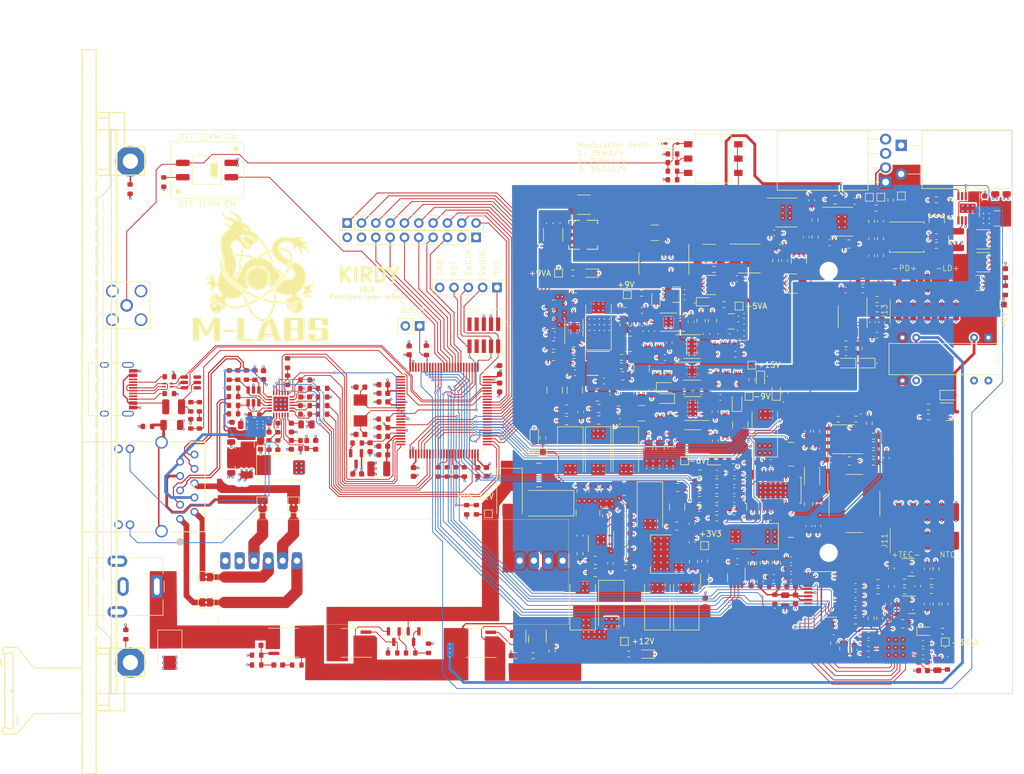
<source format=kicad_pcb>
(kicad_pcb (version 20221018) (generator pcbnew)

  (general
    (thickness 1.6)
  )

  (paper "A4")
  (layers
    (0 "F.Cu" jumper)
    (1 "In1.Cu" signal)
    (2 "In2.Cu" signal)
    (31 "B.Cu" signal)
    (32 "B.Adhes" user "B.Adhesive")
    (33 "F.Adhes" user "F.Adhesive")
    (34 "B.Paste" user)
    (35 "F.Paste" user)
    (36 "B.SilkS" user "B.Silkscreen")
    (37 "F.SilkS" user "F.Silkscreen")
    (38 "B.Mask" user)
    (39 "F.Mask" user)
    (40 "Dwgs.User" user "User.Drawings")
    (41 "Cmts.User" user "User.Comments")
    (42 "Eco1.User" user "User.Eco1")
    (43 "Eco2.User" user "User.Eco2")
    (44 "Edge.Cuts" user)
    (45 "Margin" user)
    (46 "B.CrtYd" user "B.Courtyard")
    (47 "F.CrtYd" user "F.Courtyard")
    (48 "B.Fab" user)
    (49 "F.Fab" user)
    (50 "User.1" user)
    (51 "User.2" user)
    (52 "User.3" user)
    (53 "User.4" user)
    (54 "User.5" user)
    (55 "User.6" user)
    (56 "User.7" user)
    (57 "User.8" user)
    (58 "User.9" user)
  )

  (setup
    (stackup
      (layer "F.SilkS" (type "Top Silk Screen"))
      (layer "F.Paste" (type "Top Solder Paste"))
      (layer "F.Mask" (type "Top Solder Mask") (thickness 0.01))
      (layer "F.Cu" (type "copper") (thickness 0.035))
      (layer "dielectric 1" (type "core") (thickness 0.48) (material "FR4") (epsilon_r 4.5) (loss_tangent 0.02))
      (layer "In1.Cu" (type "copper") (thickness 0.035))
      (layer "dielectric 2" (type "prepreg") (thickness 0.48) (material "FR4") (epsilon_r 4.5) (loss_tangent 0.02))
      (layer "In2.Cu" (type "copper") (thickness 0.035))
      (layer "dielectric 3" (type "core") (thickness 0.48) (material "FR4") (epsilon_r 4.5) (loss_tangent 0.02))
      (layer "B.Cu" (type "copper") (thickness 0.035))
      (layer "B.Mask" (type "Bottom Solder Mask") (thickness 0.01))
      (layer "B.Paste" (type "Bottom Solder Paste"))
      (layer "B.SilkS" (type "Bottom Silk Screen"))
      (copper_finish "ENIG")
      (dielectric_constraints no)
    )
    (pad_to_mask_clearance 0)
    (pcbplotparams
      (layerselection 0x00010fc_ffffffff)
      (plot_on_all_layers_selection 0x0000000_00000000)
      (disableapertmacros false)
      (usegerberextensions true)
      (usegerberattributes false)
      (usegerberadvancedattributes false)
      (creategerberjobfile true)
      (dashed_line_dash_ratio 12.000000)
      (dashed_line_gap_ratio 3.000000)
      (svgprecision 6)
      (plotframeref false)
      (viasonmask false)
      (mode 1)
      (useauxorigin false)
      (hpglpennumber 1)
      (hpglpenspeed 20)
      (hpglpendiameter 15.000000)
      (dxfpolygonmode true)
      (dxfimperialunits true)
      (dxfusepcbnewfont true)
      (psnegative false)
      (psa4output false)
      (plotreference false)
      (plotvalue false)
      (plotinvisibletext false)
      (sketchpadsonfab false)
      (subtractmaskfromsilk true)
      (outputformat 1)
      (mirror false)
      (drillshape 0)
      (scaleselection 1)
      (outputdirectory "gerbers")
    )
  )

  (net 0 "")
  (net 1 "+5VA")
  (net 2 "GND")
  (net 3 "Net-(U1-VOUT_F)")
  (net 4 "Net-(U4--)")
  (net 5 "Net-(U2-OUT)")
  (net 6 "Net-(U4-+)")
  (net 7 "+9VA")
  (net 8 "-6V")
  (net 9 "+15V")
  (net 10 "Net-(U6-+)")
  (net 11 "Net-(C13-Pad2)")
  (net 12 "/MCU/PD_MON")
  (net 13 "Net-(C18-Pad2)")
  (net 14 "Net-(C18-Pad1)")
  (net 15 "Net-(U5B-+)")
  (net 16 "+3V3")
  (net 17 "Net-(U6--)")
  (net 18 "Net-(Q2-G)")
  (net 19 "/MCU/VREF")
  (net 20 "+12V")
  (net 21 "Net-(C25-Pad2)")
  (net 22 "Net-(C26-Pad2)")
  (net 23 "Net-(C26-Pad1)")
  (net 24 "Net-(C27-Pad1)")
  (net 25 "/driveStage/PD_C")
  (net 26 "Net-(C28-Pad1)")
  (net 27 "-9V")
  (net 28 "IN")
  (net 29 "Net-(U8-VCAP_1)")
  (net 30 "Net-(U8-VCAP_2)")
  (net 31 "Net-(C52-Pad1)")
  (net 32 "Net-(U8-PH0)")
  (net 33 "Net-(U8-PH1)")
  (net 34 "/MCU/VDDA")
  (net 35 "Net-(D6-K)")
  (net 36 "Net-(D5-A)")
  (net 37 "Net-(U9-C+)")
  (net 38 "Net-(D5-K)")
  (net 39 "Net-(C57-Pad1)")
  (net 40 "+9V")
  (net 41 "+8V")
  (net 42 "+3.3VA")
  (net 43 "/thermostat/DAC_REF")
  (net 44 "Net-(U9-C-)")
  (net 45 "Net-(D7-A)")
  (net 46 "Net-(U16-PGFB)")
  (net 47 "/thermostat/MAXV")
  (net 48 "/thermostat/MAXIP")
  (net 49 "/thermostat/MAXIN")
  (net 50 "Net-(U11-EN{slash}UV)")
  (net 51 "Net-(U12-EN{slash}UV)")
  (net 52 "Net-(U13-EN{slash}UV)")
  (net 53 "/MCU/TEC_ISEN")
  (net 54 "Net-(U15-EN{slash}UV)")
  (net 55 "/MCU/TEC_VREF")
  (net 56 "Net-(U14-EN{slash}UV)")
  (net 57 "Net-(U11-SET)")
  (net 58 "Net-(U16-SET)")
  (net 59 "+5V")
  (net 60 "Net-(U12-SET)")
  (net 61 "Net-(U13-SET)")
  (net 62 "Net-(U14-SET)")
  (net 63 "Net-(U15-SET)")
  (net 64 "Net-(U19-REGCAPD)")
  (net 65 "Net-(U18-REGCAPD)")
  (net 66 "Net-(U21-CTLI)")
  (net 67 "Net-(U18-REFOUT)")
  (net 68 "Net-(U18-REGCAPA)")
  (net 69 "Net-(U19-REGCAPA)")
  (net 70 "Net-(U21-COMP)")
  (net 71 "Net-(U21-CS)")
  (net 72 "Net-(U21-OS2)")
  (net 73 "/Ehternet/AVDDT_PHY")
  (net 74 "/Ehternet/ETH_SHIELD")
  (net 75 "Net-(U23-VIN)")
  (net 76 "Net-(U23-SS{slash}TR)")
  (net 77 "/MCU/RST")
  (net 78 "Net-(FB12-Pad1)")
  (net 79 "/thermostat/TEC+")
  (net 80 "/thermostat/TEC-")
  (net 81 "Net-(U23-BOOT)")
  (net 82 "/MCU/USB_DP")
  (net 83 "/MCU/USB_DN")
  (net 84 "/MCU/SWDIO")
  (net 85 "/MCU/SWCLK")
  (net 86 "Net-(U23-COMP)")
  (net 87 "Net-(Q3-E)")
  (net 88 "/digital supply/+12V_Barrel_Jack")
  (net 89 "Net-(Q4-G)")
  (net 90 "Net-(U24-VI)")
  (net 91 "Net-(U26-XTAL2)")
  (net 92 "Net-(U26-XTAL1)")
  (net 93 "Net-(U26-VDDCR)")
  (net 94 "Net-(D1-A2)")
  (net 95 "/driveStage/LD-")
  (net 96 "/thermostat/NTC+")
  (net 97 "/thermostat/NTC-")
  (net 98 "Net-(D4-A)")
  (net 99 "Net-(U27-VBUS)")
  (net 100 "Net-(L3-Pad1)")
  (net 101 "Net-(U21-OS1)")
  (net 102 "Net-(FL2-Pad4)")
  (net 103 "Net-(FL2-Pad1)")
  (net 104 "Net-(J4-Pin_8)")
  (net 105 "Net-(J4-Pin_7)")
  (net 106 "Net-(J4-Pin_6)")
  (net 107 "Net-(J4-Pin_5)")
  (net 108 "Net-(J4-Pin_4)")
  (net 109 "Net-(J4-Pin_3)")
  (net 110 "Net-(J5-Pin_10)")
  (net 111 "Net-(J5-Pin_9)")
  (net 112 "Net-(J5-Pin_8)")
  (net 113 "Net-(J5-Pin_7)")
  (net 114 "Net-(J5-Pin_6)")
  (net 115 "Net-(J5-Pin_5)")
  (net 116 "Net-(J5-Pin_4)")
  (net 117 "Net-(J5-Pin_3)")
  (net 118 "Net-(J5-Pin_2)")
  (net 119 "Net-(J5-Pin_1)")
  (net 120 "unconnected-(J6-Pin_6-Pad6)")
  (net 121 "/MCU/PWM_MAXV")
  (net 122 "/MCU/PWM_MAXIP")
  (net 123 "/MCU/PWM_MAXIN")
  (net 124 "unconnected-(J6-Pin_7-Pad7)")
  (net 125 "unconnected-(J6-Pin_8-Pad8)")
  (net 126 "unconnected-(J6-Pin_9-Pad9)")
  (net 127 "/MCU/TEC_VSEN")
  (net 128 "/Ehternet/POE_VC2-")
  (net 129 "/Ehternet/POE_VC1-")
  (net 130 "/MCU/POE_PWR_SRC")
  (net 131 "/Ehternet/RMII_RXD0")
  (net 132 "/Ehternet/POE_VC2+")
  (net 133 "/Ehternet/RMII_RXD1")
  (net 134 "/Ehternet/POE_VC1+")
  (net 135 "/Ehternet/RMII_CRS_DV")
  (net 136 "/Ehternet/RMII_REF_CLK")
  (net 137 "/Ehternet/RMII_MDIO")
  (net 138 "Net-(J9-Pad11)")
  (net 139 "/Ehternet/ETH_LED_1")
  (net 140 "Net-(J9-Pad13)")
  (net 141 "/Ehternet/PHY_TD_P")
  (net 142 "/Ehternet/PHY_TD_N")
  (net 143 "/Ehternet/PHY_RD_P")
  (net 144 "/Ehternet/PHY_RD_N")
  (net 145 "/Ehternet/ETH_LED_2")
  (net 146 "unconnected-(J10-SBU2-PadB8)")
  (net 147 "Net-(J10-CC2)")
  (net 148 "/MCU/USB_VBUS")
  (net 149 "/MCU/LDAC_LOAD")
  (net 150 "/MCU/LDAC_CLK")
  (net 151 "/MCU/LDAC_MOSI")
  (net 152 "/MCU/LDAC_CS")
  (net 153 "/MCU/TADC_SYNC")
  (net 154 "/MCU/TADC_MISO")
  (net 155 "/MCU/TDAC_MOSI")
  (net 156 "/MCU/TADC_CLK")
  (net 157 "/MCU/TDAC_CLK")
  (net 158 "/MCU/TADC_CS")
  (net 159 "/MCU/TDAC_SYNC")
  (net 160 "/MCU/TADC_MOSI")
  (net 161 "unconnected-(J10-SBU1-PadA8)")
  (net 162 "Net-(J10-CC1)")
  (net 163 "Net-(JP1-A)")
  (net 164 "Net-(JP2-B)")
  (net 165 "Net-(JP3-B)")
  (net 166 "Net-(JP4-B)")
  (net 167 "Net-(JP5-B)")
  (net 168 "Net-(L4-Pad1)")
  (net 169 "Net-(Q9-E)")
  (net 170 "Net-(Q1-G)")
  (net 171 "Net-(Q2-S-Pad1)")
  (net 172 "Net-(Q3-B)")
  (net 173 "Net-(Q5-G)")
  (net 174 "/Ehternet/RMII_MDC")
  (net 175 "/Ehternet/PHY_NRST")
  (net 176 "Net-(Q6-B)")
  (net 177 "Net-(Q7-B)")
  (net 178 "Net-(Q8-G)")
  (net 179 "Net-(Q9-B)")
  (net 180 "Net-(R3-Pad2)")
  (net 181 "/Ehternet/RMII_TX_EN")
  (net 182 "/Ehternet/RMII_TXD0")
  (net 183 "/Ehternet/RMII_TXD1")
  (net 184 "Net-(R5-Pad2)")
  (net 185 "Net-(U3--)")
  (net 186 "Net-(U5B--)")
  (net 187 "Net-(U7-OUT)")
  (net 188 "Net-(U8-PE8)")
  (net 189 "Net-(U8-PE9)")
  (net 190 "Net-(U8-PE10)")
  (net 191 "Net-(U8-PE11)")
  (net 192 "Net-(U16-ILIM)")
  (net 193 "Net-(U10-SET)")
  (net 194 "Net-(U17-VFB)")
  (net 195 "Net-(U20B--)")
  (net 196 "Net-(U18-AIN0)")
  (net 197 "Net-(U18-AIN1)")
  (net 198 "Net-(U19-AIN0{slash}REF2-)")
  (net 199 "Net-(U19-AIN1{slash}REF2+)")
  (net 200 "unconnected-(K1-Pad14)")
  (net 201 "Net-(U20A-+)")
  (net 202 "Net-(U20A--)")
  (net 203 "Net-(U23-EN)")
  (net 204 "Net-(U23-RT{slash}CLK)")
  (net 205 "Net-(U23-VSENSE)")
  (net 206 "Net-(U26-RXD0)")
  (net 207 "Net-(U26-RXD1)")
  (net 208 "Net-(U26-CRS_DV)")
  (net 209 "Net-(U26-nINT)")
  (net 210 "Net-(U26-RXER)")
  (net 211 "Net-(U26-RBIAS)")
  (net 212 "Net-(U3-+)")
  (net 213 "Net-(U1-VOUT_S)")
  (net 214 "unconnected-(U2-INV-Pad13)")
  (net 215 "unconnected-(U2-NC-Pad9)")
  (net 216 "unconnected-(U2-RFB-Pad1)")
  (net 217 "unconnected-(U8-PE1-Pad98)")
  (net 218 "unconnected-(U8-PE0-Pad97)")
  (net 219 "unconnected-(U8-PB9-Pad96)")
  (net 220 "unconnected-(U8-PA10-Pad69)")
  (net 221 "unconnected-(U8-PA8-Pad67)")
  (net 222 "unconnected-(U8-PE15-Pad46)")
  (net 223 "unconnected-(U8-PE14-Pad45)")
  (net 224 "/MCU/LD_EN")
  (net 225 "unconnected-(U8-PE13-Pad44)")
  (net 226 "unconnected-(U8-PE12-Pad43)")
  (net 227 "unconnected-(U8-PE7-Pad38)")
  (net 228 "unconnected-(U8-PB2-Pad37)")
  (net 229 "/MCU/TEC_~{SHDN}")
  (net 230 "/MCU/~{LD_SHORT}")
  (net 231 "unconnected-(U8-PC2-Pad17)")
  (net 232 "unconnected-(U8-PC0-Pad15)")
  (net 233 "unconnected-(U8-PC15-Pad9)")
  (net 234 "unconnected-(U8-PC14-Pad8)")
  (net 235 "unconnected-(U8-PC13-Pad7)")
  (net 236 "unconnected-(U8-PE6-Pad5)")
  (net 237 "unconnected-(U8-PE5-Pad4)")
  (net 238 "unconnected-(U8-PE4-Pad3)")
  (net 239 "unconnected-(U8-PE3-Pad2)")
  (net 240 "unconnected-(U8-PE2-Pad1)")
  (net 241 "12Vin")
  (net 242 "unconnected-(U9-NC-Pad12)")
  (net 243 "unconnected-(U9-NC-Pad7)")
  (net 244 "unconnected-(U9-NC-Pad6)")
  (net 245 "unconnected-(U9-NC-Pad3)")
  (net 246 "unconnected-(U9-NC-Pad1)")
  (net 247 "unconnected-(U10-ILIM-Pad5)")
  (net 248 "unconnected-(U11-PG-Pad4)")
  (net 249 "unconnected-(U12-PG-Pad5)")
  (net 250 "unconnected-(U13-PG-Pad4)")
  (net 251 "unconnected-(U14-VIOC-Pad7)")
  (net 252 "unconnected-(U14-PG-Pad4)")
  (net 253 "unconnected-(U15-PG-Pad4)")
  (net 254 "unconnected-(U16-PG-Pad5)")
  (net 255 "unconnected-(U18-GPIO1-Pad20)")
  (net 256 "unconnected-(U18-GPIO0-Pad19)")
  (net 257 "unconnected-(U18-XTAL2{slash}CLKIO-Pad10)")
  (net 258 "unconnected-(U18-XTAL1-Pad9)")
  (net 259 "unconnected-(U19-DNC-Pad3)")
  (net 260 "unconnected-(U19-PDSW-Pad8)")
  (net 261 "unconnected-(U19-XTAL1-Pad9)")
  (net 262 "unconnected-(U19-XTAL2{slash}CLKIO-Pad10)")
  (net 263 "unconnected-(U19-~{ERROR}-Pad15)")
  (net 264 "unconnected-(U19-GPIO0-Pad20)")
  (net 265 "unconnected-(U19-GPIO1-Pad21)")
  (net 266 "unconnected-(U19-GPIO2-Pad22)")
  (net 267 "unconnected-(U19-AIN2-Pad23)")
  (net 268 "unconnected-(U19-AIN3-Pad24)")
  (net 269 "unconnected-(U19-AIN4-Pad25)")
  (net 270 "unconnected-(U19-AIN5-Pad26)")
  (net 271 "unconnected-(U19-AIN6-Pad27)")
  (net 272 "unconnected-(U19-AIN7-Pad28)")
  (net 273 "unconnected-(U19-AIN8-Pad29)")
  (net 274 "unconnected-(U19-GPO3-Pad30)")
  (net 275 "Net-(U20B-+)")
  (net 276 "unconnected-(U22-NC-Pad2)")
  (net 277 "unconnected-(U22-NC-Pad1)")
  (net 278 "unconnected-(U23-PWRGD-Pad14)")
  (net 279 "unconnected-(U27-I{slash}O4-Pad6)")
  (net 280 "unconnected-(U27-I{slash}O3-Pad4)")
  (net 281 "/Ehternet/RJ45_RD_N")
  (net 282 "/Ehternet/RJ45_RD_P")
  (net 283 "/Ehternet/RJ45_TD_N")
  (net 284 "/Ehternet/RJ45_TD_P")
  (net 285 "/thermostat/ADC1_REF")
  (net 286 "/thermostat/ADC1_A3V3")
  (net 287 "/thermostat/ADC1_D3V3")
  (net 288 "/thermostat/ADC2_D3V3")
  (net 289 "/thermostat/ADC2_A3V3")
  (net 290 "/thermostat/ADC2_REF")
  (net 291 "Net-(C124-Pad1)")
  (net 292 "Net-(C125-Pad1)")
  (net 293 "Net-(C126-Pad1)")
  (net 294 "Net-(C156-Pad2)")
  (net 295 "Net-(C157-Pad2)")
  (net 296 "Net-(C166-Pad2)")
  (net 297 "Net-(C167-Pad2)")
  (net 298 "Net-(C177-Pad2)")
  (net 299 "Net-(C178-Pad1)")
  (net 300 "Net-(C179-Pad1)")
  (net 301 "Net-(C187-Pad2)")
  (net 302 "Net-(C188-Pad1)")
  (net 303 "Net-(C208-Pad1)")
  (net 304 "Net-(R7-Pad2)")
  (net 305 "Net-(R23-Pad2)")
  (net 306 "unconnected-(R25-Pad3)")
  (net 307 "Net-(R35-Pad2)")
  (net 308 "Net-(R66-Pad2)")
  (net 309 "Net-(R121-Pad2)")
  (net 310 "Net-(R122-Pad1)")
  (net 311 "unconnected-(J4-Pin_9-Pad9)")
  (net 312 "/MCU/TERM_STAT")
  (net 313 "Net-(MH1-Pad1)")
  (net 314 "Net-(MH1-Pad2)")
  (net 315 "Net-(U21-REF)")
  (net 316 "Net-(D12-A)")
  (net 317 "Net-(D13-A)")
  (net 318 "Net-(D14-A)")
  (net 319 "Net-(D15-A)")
  (net 320 "Net-(D16-A)")
  (net 321 "Net-(D17-A)")
  (net 322 "Net-(D18-A)")
  (net 323 "Net-(D19-A)")
  (net 324 "Net-(D20-A)")
  (net 325 "Net-(D21-A)")
  (net 326 "Net-(D11-A)")

  (footprint "Resistor_SMD:R_0603_1608Metric" (layer "F.Cu") (at 34.544 45.8338 180))

  (footprint "Resistor_SMD:R_0603_1608Metric" (layer "F.Cu") (at 56.4334 91.9319 90))

  (footprint "Capacitor_SMD:C_0603_1608Metric" (layer "F.Cu") (at 34.544 47.3578))

  (footprint "Capacitor_SMD:C_0603_1608Metric" (layer "F.Cu") (at 138.5316 80.9498 90))

  (footprint "Package_TO_SOT_SMD:SOT-23" (layer "F.Cu") (at 50.2782 89.8694 -90))

  (footprint "Capacitor_SMD:C_0805_2012Metric" (layer "F.Cu") (at 103.4288 76.5556 -90))

  (footprint "Inductor_SMD:L_1210_3225Metric" (layer "F.Cu") (at 47.617 60.0964))

  (footprint "Capacitor_SMD:C_0603_1608Metric" (layer "F.Cu") (at 104.4956 63.9706 180))

  (footprint "Capacitor_SMD:C_0603_1608Metric" (layer "F.Cu") (at 78.8126 36.3114 180))

  (footprint "Resistor_SMD:R_0603_1608Metric" (layer "F.Cu") (at 119.634 46.482 -90))

  (footprint "Capacitor_SMD:C_0603_1608Metric" (layer "F.Cu") (at 137.6328 58.1658 90))

  (footprint "Package_QFP:LQFP-100_14x14mm_P0.5mm" (layer "F.Cu") (at 59.182 49.7798))

  (footprint "Capacitor_SMD:C_0603_1608Metric" (layer "F.Cu") (at 104.4956 67.1332 180))

  (footprint "Resistor_SMD:R_0603_1608Metric" (layer "F.Cu") (at 33.0855 94.896))

  (footprint "Resistor_SMD:R_0603_1608Metric" (layer "F.Cu") (at 37.6308 47.3578 180))

  (footprint "Inductor_SMD:L_1008_2520Metric" (layer "F.Cu") (at 91.7448 46.6344 -90))

  (footprint "Capacitor_SMD:C_0603_1608Metric" (layer "F.Cu") (at 110.6875 60.8397))

  (footprint "Capacitor_SMD:C_0805_2012Metric" (layer "F.Cu") (at 94.1832 46.3922 -90))

  (footprint "Resistor_SMD:R_0603_1608Metric" (layer "F.Cu") (at 115.239 80.0856 -90))

  (footprint "Resistor_SMD:R_0603_1608Metric" (layer "F.Cu") (at 37.6308 45.8338 180))

  (footprint "Resistor_SMD:R_0603_1608Metric" (layer "F.Cu") (at 132.1684 87.096))

  (footprint "Resistor_SMD:R_0603_1608Metric" (layer "F.Cu") (at 104.4956 62.3984))

  (footprint "Resistor_SMD:R_0603_1608Metric" (layer "F.Cu") (at 78.35 92.4 90))

  (footprint "Capacitor_SMD:C_0603_1608Metric" (layer "F.Cu") (at 135.0256 22.3134 -90))

  (footprint "Capacitor_SMD:C_0603_1608Metric" (layer "F.Cu") (at 99.3394 50.1786 90))

  (footprint "Diode_SMD:D_SMB" (layer "F.Cu") (at 10.5615 92.364 -90))

  (footprint "Capacitor_SMD:C_0603_1608Metric" (layer "F.Cu") (at 78.8126 32.7046 180))

  (footprint "Resistor_SMD:R_0603_1608Metric" (layer "F.Cu") (at 21.844 50.355))

  (footprint "Resistor_SMD:R_0603_1608Metric" (layer "F.Cu") (at 145.0848 49.1476))

  (footprint "Capacitor_SMD:C_0805_2012Metric" (layer "F.Cu") (at 82.2198 41.2662 180))

  (footprint "Package_SO:SOIC-8-1EP_3.9x4.9mm_P1.27mm_EP2.29x3mm" (layer "F.Cu") (at 119.9378 14.6424))

  (footprint "Capacitor_SMD:C_0805_2012Metric" (layer "F.Cu") (at 86.0044 76.3524 180))

  (footprint "Package_TO_SOT_SMD:SOT-23-6" (layer "F.Cu") (at 25.4 47.2562 90))

  (footprint "Resistor_SMD:R_0603_1608Metric" (layer "F.Cu") (at 158.75 28.448 -90))

  (footprint "LED_SMD:LED_0603_1608Metric" (layer "F.Cu") (at 96.774 29.718 90))

  (footprint "Connector_BarrelJack:BarrelJack_CUI_PJ-063AH_Horizontal" (layer "F.Cu") (at 8.25 80.9732 -90))

  (footprint "TestPoint:TestPoint_Pad_1.0x1.0mm" (layer "F.Cu") (at 76.708 57.15 180))

  (footprint "Capacitor_SMD:C_1812_4532Metric" (layer "F.Cu") (at 154.813 23.4696))

  (footprint "Resistor_SMD:R_0603_1608Metric" (layer "F.Cu") (at 136.144 81.788))

  (footprint "Capacitor_SMD:C_0603_1608Metric" (layer "F.Cu") (at 144.137 91.059))

  (footprint "Resistor_SMD:R_0603_1608Metric" (layer "F.Cu") (at 104.5423 60.8397))

  (footprint "Resistor_SMD:R_0603_1608Metric" (layer "F.Cu") (at 148.463 94.869 90))

  (footprint "Resistor_SMD:R_0603_1608Metric" (layer "F.Cu") (at 107.823 39.7994))

  (footprint "Package_TO_SOT_THT:TO-220F-4_Horizontal_TabDown" (layer "F.Cu")
    (tstamp 17f32e5f-8532-4156-9cbc-a9c62e1aaaa3)
    (at 137.5 9.25 90)
    (descr "TO-220F-4, Horizontal, RM 2.54mm, see https://www.njr.com/semicon/PDF/package/TO-220F-4_E.pdf")
    (tags "TO-220F-4 Horizontal RM 2.54mm")
    (property "MFR_PN" "Y169010R0000T9L")
    (property "Sheetfile" "driveStage.kicad_sch")
    (property "Sheetname" "driveStage")
    (property "dnp" "")
    (property "ki_description" "VPR221 and VPR221Z Series Precision Power Resistor, ")
    (property "ki_keywords" "Precision Power Resistor")
    (path "/7fc2620b-bac4-49c0-a276-7d2a46898037/0eab9295-041d-4ed4-b10a-3c7684b6770c")
    (attr through_hole)
    (fp_text reference "R25" (at 3.81 -20.22 90) (layer "F.SilkS") hide
        (effects (font (size 1 1) (thickness 0.15)))
      (tstamp ddd7039d-8a07-47c2-a5a7-394d7a3b4647)
    )
    (fp_text value "10" (at 3.81 2 90) (layer "F.Fab")
        (effects (font (size 1 1) (thickness 0.15)))
      (tstamp 44af2664-8322-4b15-a93a-1de4160c109e)
    )
    (fp_text user "${REFERENCE}" (at 3.81 -20.22 90) (layer "F.Fab")
        (effects (font (size 1 1) (thickness 0.15)))
      (tstamp 07343274-3b49-4dc2-a91c-8fe3dffb2718)
    )
    (fp_line (start -1.44 -19.22) (end -1.44 -3.11)
      (stroke (width 0.12) (type solid)) (layer "F.SilkS") (tstamp bbb785c2-c928-4bad-9292-865131647d6c))
    (fp_line (start -1.44 -19.22) (end 9.06 -19.22)
      (stroke (width 0.12) (type solid)) (layer "F.SilkS") (tstamp bd8b9de1-c82e-4625-8048-392d07fccc7a))
    (fp_line (start -1.44 -3.11) (end 9.06 -3.11)
      (stroke (width 0.12) (type solid)) (layer "F.SilkS") (tstamp 19fb1ca3-167a-461a-b667-39ca05344a7d))
    (fp_line (start 0 -3.11) (end 0 -1.15)
      (stroke (width 0.12) (type solid)) (layer "F.SilkS") (tstamp 9d94b918-4600-411f-a29f-bbed0a46387a))
    (fp_line (start 2.54 -3.11) (end 2.54 -1.15)
      (stroke (width 0.12) (type solid)) (layer "F.SilkS") (tstamp 042cc0c7-6c8b-4ebc-b0a3-efbcd1621d54))
    (fp_line (start 5.08 -3.11) (end 5.08 -1.15)
      (stroke (width 0.12) (type solid)) (layer "F.SilkS") (tstamp 5e1ad56c-20d2-42f4-b1c3-0b44c9a525a9))
    (fp_line (start 7.62 -3.11) (end 7.62 -1.15)
      (stroke (width 0.12) (type solid)) (layer "F.SilkS") (tstamp ea38074a-9f3e-413f-ba92-90d139d83011))
    (fp_line (start 9.06 -19.22) (end 9.06 -3.11)
      (stroke (width 0.12) (type solid)) (layer "F.SilkS") (tstamp 3948b920-661a-4407-9062-edba42e00ffe))
    (fp_line (start -1.57 -19.35) (end -1.57 1.25)
      (stroke (width 0.05) (type solid)) (layer "F.CrtYd") (tstamp 353e3d44-cfd3-4cda-b095-8663273ec9f0))
    (fp_line (start -1.57 1.25) (end 9.19 1.25)
    
... [5532440 chars truncated]
</source>
